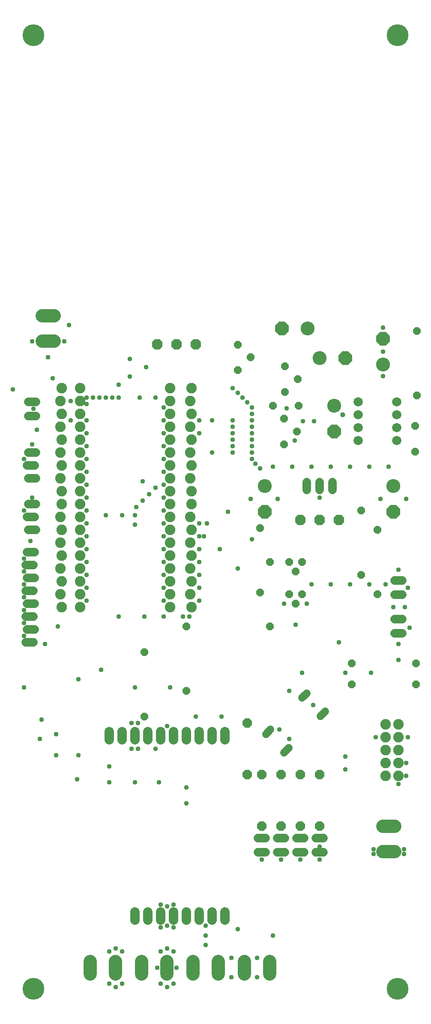
<source format=gbr>
G04 EAGLE Gerber RS-274X export*
G75*
%MOMM*%
%FSLAX34Y34*%
%LPD*%
%INSoldermask Top*%
%IPPOS*%
%AMOC8*
5,1,8,0,0,1.08239X$1,22.5*%
G01*
%ADD10C,2.603200*%
%ADD11C,2.082800*%
%ADD12C,1.851700*%
%ADD13C,1.727200*%
%ADD14C,2.743200*%
%ADD15P,2.969212X8X292.500000*%
%ADD16P,1.649562X8X202.500000*%
%ADD17P,1.649562X8X292.500000*%
%ADD18P,1.649562X8X112.500000*%
%ADD19P,1.649562X8X22.500000*%
%ADD20C,1.828800*%
%ADD21P,2.969212X8X22.500000*%
%ADD22P,2.969212X8X112.500000*%
%ADD23P,2.969212X8X202.500000*%
%ADD24C,4.303200*%
%ADD25C,1.511200*%
%ADD26P,2.034460X8X292.500000*%
%ADD27P,2.034460X8X112.500000*%
%ADD28P,2.281895X8X202.500000*%
%ADD29P,2.281895X8X22.500000*%
%ADD30C,0.959600*%
%ADD31C,1.009600*%


D10*
X476650Y89600D02*
X476650Y113600D01*
X526650Y113600D02*
X526650Y89600D01*
X375050Y89600D02*
X375050Y113600D01*
X425050Y113600D02*
X425050Y89600D01*
D11*
X152400Y1244600D03*
X152400Y1219200D03*
X152400Y1193800D03*
X152400Y1168400D03*
X152400Y1143000D03*
X152400Y1117600D03*
X152400Y1092200D03*
X152400Y1066800D03*
X152400Y1041400D03*
X152400Y1016000D03*
X152400Y990600D03*
X152400Y965200D03*
X330200Y965200D03*
X330200Y990600D03*
X330200Y1016000D03*
X330200Y1041400D03*
X330200Y1066800D03*
X330200Y1092200D03*
X330200Y1117600D03*
X330200Y1143000D03*
X330200Y1168400D03*
X330200Y1193800D03*
X330200Y1219200D03*
X330200Y1244600D03*
X152400Y939800D03*
X152400Y914400D03*
X152400Y889000D03*
X152400Y863600D03*
X152400Y838200D03*
X152400Y812800D03*
X330200Y812800D03*
X330200Y838200D03*
X330200Y863600D03*
X330200Y889000D03*
X330200Y914400D03*
X330200Y939800D03*
D12*
X438150Y567043D02*
X438150Y550558D01*
X412750Y550558D02*
X412750Y567043D01*
X387350Y567043D02*
X387350Y550558D01*
X361950Y550558D02*
X361950Y567043D01*
X336550Y567043D02*
X336550Y550558D01*
X311150Y550558D02*
X311150Y567043D01*
X285750Y567043D02*
X285750Y550558D01*
X260350Y550558D02*
X260350Y567043D01*
X234950Y567043D02*
X234950Y550558D01*
X209550Y550558D02*
X209550Y567043D01*
X260350Y211443D02*
X260350Y194958D01*
X285750Y194958D02*
X285750Y211443D01*
X311150Y211443D02*
X311150Y194958D01*
X336550Y194958D02*
X336550Y211443D01*
X361950Y211443D02*
X361950Y194958D01*
X387350Y194958D02*
X387350Y211443D01*
X412750Y211443D02*
X412750Y194958D01*
X438150Y194958D02*
X438150Y211443D01*
D10*
X273450Y113600D02*
X273450Y89600D01*
X323450Y89600D02*
X323450Y113600D01*
X171850Y113600D02*
X171850Y89600D01*
X221850Y89600D02*
X221850Y113600D01*
X100900Y1387075D02*
X76900Y1387075D01*
X76900Y1337075D02*
X100900Y1337075D01*
D13*
X773430Y836930D02*
X788670Y836930D01*
X788670Y864870D02*
X773430Y864870D01*
X773430Y760730D02*
X788670Y760730D01*
X788670Y788670D02*
X773430Y788670D01*
X64770Y1117600D02*
X49530Y1117600D01*
X46990Y1092200D02*
X62230Y1092200D01*
X64770Y1066800D02*
X49530Y1066800D01*
X49530Y1016000D02*
X64770Y1016000D01*
X62230Y990600D02*
X46990Y990600D01*
X49530Y965200D02*
X64770Y965200D01*
D11*
X755650Y581025D03*
X781050Y581025D03*
X755650Y555625D03*
X781050Y555625D03*
X755650Y530225D03*
X781050Y530225D03*
X755650Y504825D03*
X781050Y504825D03*
X755650Y479425D03*
X781050Y479425D03*
D13*
X600075Y1043305D02*
X600075Y1058545D01*
X625475Y1058545D02*
X625475Y1043305D01*
X650875Y1043305D02*
X650875Y1058545D01*
D14*
X517525Y1050925D03*
D15*
X517525Y1000125D03*
D14*
X771525Y1050925D03*
D15*
X771525Y1000125D03*
D16*
X565150Y901700D03*
X577850Y882650D03*
X590550Y901700D03*
D17*
X527050Y901700D03*
X527050Y774700D03*
D18*
X708025Y876300D03*
X708025Y1003300D03*
D16*
X565150Y838200D03*
X577850Y819150D03*
X590550Y838200D03*
D18*
X508000Y841375D03*
X508000Y968375D03*
X739775Y838200D03*
X739775Y965200D03*
D13*
X62865Y920750D02*
X47625Y920750D01*
X45085Y895350D02*
X60325Y895350D01*
X62865Y869950D02*
X47625Y869950D01*
X45085Y844550D02*
X60325Y844550D01*
X62865Y819150D02*
X47625Y819150D01*
X45085Y793750D02*
X60325Y793750D01*
X62865Y768350D02*
X47625Y768350D01*
X45085Y742950D02*
X60325Y742950D01*
D19*
X688975Y701675D03*
X815975Y701675D03*
X688975Y660400D03*
X815975Y660400D03*
D18*
X361950Y647700D03*
X361950Y774700D03*
D17*
X279400Y723900D03*
X279400Y596900D03*
D18*
X555625Y1184021D03*
X555625Y1133729D03*
X581025Y1158875D03*
X557213Y1287209D03*
X557213Y1236917D03*
X582613Y1262063D03*
D20*
X701675Y1217613D03*
X701675Y1192213D03*
X777875Y1192213D03*
X777875Y1217613D03*
X701675Y1166813D03*
X701675Y1141413D03*
X777875Y1166813D03*
X777875Y1141413D03*
D14*
X625475Y1303338D03*
D21*
X676275Y1303338D03*
D18*
X814388Y1119188D03*
X814388Y1169988D03*
D14*
X750888Y1290638D03*
D22*
X750888Y1341438D03*
D17*
X817563Y1357313D03*
X817563Y1230313D03*
D14*
X601663Y1362075D03*
D23*
X550863Y1362075D03*
D13*
X64770Y1189355D02*
X49530Y1189355D01*
X49530Y1217295D02*
X64770Y1217295D01*
D24*
X60000Y1940000D03*
X780000Y1940000D03*
X60000Y60000D03*
X780000Y60000D03*
D25*
X519344Y561615D02*
X528593Y570864D01*
X564514Y534943D02*
X555265Y525694D01*
X627107Y597536D02*
X636356Y606785D01*
X600435Y642706D02*
X591186Y633457D01*
D10*
X750000Y330600D02*
X774000Y330600D01*
X774000Y380600D02*
X750000Y380600D01*
D13*
X594995Y328930D02*
X579755Y328930D01*
X579755Y356870D02*
X594995Y356870D01*
X518795Y328930D02*
X503555Y328930D01*
X503555Y356870D02*
X518795Y356870D01*
X617855Y328930D02*
X633095Y328930D01*
X633095Y356870D02*
X617855Y356870D01*
X556895Y328930D02*
X541655Y328930D01*
X541655Y356870D02*
X556895Y356870D01*
D11*
X115570Y1244600D03*
X113030Y1219200D03*
X115570Y1193800D03*
X113030Y1168400D03*
X115570Y1143000D03*
X113030Y1117600D03*
X115570Y1092200D03*
X113030Y1066800D03*
X115570Y1041400D03*
X115570Y1016000D03*
X113030Y990600D03*
X115570Y965200D03*
X113030Y939800D03*
X115570Y914400D03*
X113030Y889000D03*
X115570Y863600D03*
X113030Y838200D03*
X115570Y812800D03*
X372745Y1244600D03*
X370205Y1219200D03*
X372745Y1193800D03*
X370205Y1168400D03*
X372745Y1143000D03*
X370205Y1117600D03*
X372745Y1092200D03*
X370205Y1066800D03*
X372745Y1041400D03*
X372745Y1016000D03*
X370205Y990600D03*
X372745Y965200D03*
X370205Y939800D03*
X372745Y914400D03*
X370205Y889000D03*
X372745Y863600D03*
X370205Y838200D03*
X372745Y812800D03*
D26*
X482600Y584200D03*
X482600Y482600D03*
D27*
X587375Y381000D03*
X587375Y482600D03*
X511175Y381000D03*
X511175Y482600D03*
X625475Y381000D03*
X625475Y482600D03*
X549275Y381000D03*
X549275Y482600D03*
D28*
X663575Y984250D03*
X625475Y984250D03*
X587375Y984250D03*
D18*
X463550Y1330071D03*
X463550Y1279779D03*
X488950Y1304925D03*
D14*
X654050Y1209675D03*
D15*
X654050Y1158875D03*
D16*
X584200Y1209675D03*
X533400Y1209675D03*
D29*
X304800Y1330325D03*
X342900Y1330325D03*
X381000Y1330325D03*
D30*
X228600Y793750D03*
X254000Y584200D03*
X266700Y533400D03*
X266700Y584200D03*
X254000Y533400D03*
X209550Y133350D03*
X234950Y133350D03*
X209550Y69850D03*
X234950Y69850D03*
X222250Y63500D03*
X222250Y139700D03*
X311150Y133350D03*
X336550Y133350D03*
X311150Y69850D03*
X336550Y69850D03*
X323850Y139700D03*
X323850Y63500D03*
X304800Y101600D03*
X342900Y101600D03*
X311150Y225425D03*
X336550Y225425D03*
X323850Y222250D03*
X311150Y180975D03*
X323850Y184150D03*
X336550Y180975D03*
X228600Y1250950D03*
X215900Y1225550D03*
X228600Y1225550D03*
X454025Y1244600D03*
X463550Y1235075D03*
X473075Y1225550D03*
X482600Y1216025D03*
X488950Y1025525D03*
X542925Y1025525D03*
X746125Y1025525D03*
X796925Y1025525D03*
X533400Y1089025D03*
X625475Y1028700D03*
X98425Y1263650D03*
X19050Y1241425D03*
X317500Y793750D03*
X355600Y793750D03*
X133350Y1181100D03*
X57150Y1028700D03*
X260350Y993775D03*
X234950Y993775D03*
X276225Y1022350D03*
X203200Y993775D03*
X57150Y1133475D03*
X41275Y1104900D03*
X60325Y1203325D03*
X66675Y1162050D03*
X279400Y793750D03*
X317500Y977900D03*
X403225Y977900D03*
X276225Y1060450D03*
X412750Y1181100D03*
X609600Y857250D03*
X647700Y857250D03*
X685800Y857250D03*
X723900Y857250D03*
X571500Y1089025D03*
X609600Y1089025D03*
X647700Y1089025D03*
X685800Y1089025D03*
X723900Y1089025D03*
X762000Y1089025D03*
X400050Y165100D03*
X400050Y184150D03*
X400050Y146050D03*
X450850Y120650D03*
X450850Y82550D03*
X501650Y120650D03*
X501650Y82550D03*
X463550Y177800D03*
X533400Y165100D03*
X323850Y577850D03*
X260350Y654050D03*
X361950Y425450D03*
X381000Y596900D03*
X330200Y654050D03*
X301625Y533400D03*
X387350Y1181100D03*
X209550Y466725D03*
X361950Y457200D03*
X412750Y1117600D03*
X755650Y857250D03*
X781050Y739775D03*
X803275Y771525D03*
X781050Y885825D03*
X800100Y850900D03*
X771525Y812800D03*
X793750Y812800D03*
X41275Y654050D03*
X76200Y590550D03*
X498475Y1095375D03*
X104775Y520700D03*
X73025Y552450D03*
X88900Y1304925D03*
X41275Y882650D03*
X41275Y857250D03*
X41275Y831850D03*
X41275Y806450D03*
X41275Y781050D03*
X431800Y596900D03*
X368300Y793750D03*
X576263Y1141413D03*
X560388Y1204913D03*
X428625Y927100D03*
X463550Y889000D03*
X590550Y682625D03*
X800100Y555625D03*
X736600Y555625D03*
X796925Y504825D03*
X796925Y479425D03*
X781050Y463550D03*
X565150Y647700D03*
X676275Y517525D03*
X676275Y492125D03*
X555625Y819150D03*
X600075Y819150D03*
X577850Y777875D03*
X727075Y682625D03*
X781050Y708025D03*
X676275Y682625D03*
X250825Y1266825D03*
X250825Y1301750D03*
X120650Y1336675D03*
X57150Y1336675D03*
X130175Y1368425D03*
X444500Y1000125D03*
X492125Y946150D03*
X41275Y755650D03*
X203200Y1225550D03*
X190500Y1225550D03*
X177800Y1225550D03*
X41275Y908050D03*
X41275Y1003300D03*
X165100Y1212850D03*
X165100Y1225550D03*
X269875Y1225550D03*
X301625Y1225550D03*
X165100Y1181100D03*
X165100Y1155700D03*
X165100Y1130300D03*
X165100Y1104900D03*
X165100Y1079500D03*
X165100Y1054100D03*
X165100Y1028700D03*
X165100Y1003300D03*
X165100Y977900D03*
X165100Y952500D03*
X165100Y927100D03*
X165100Y901700D03*
X165100Y876300D03*
X165100Y850900D03*
X165100Y825500D03*
X317500Y825500D03*
X317500Y850900D03*
X317500Y876300D03*
X317500Y901700D03*
X317500Y927100D03*
X317500Y952500D03*
X317500Y1079500D03*
X317500Y1104900D03*
X317500Y1130300D03*
X317500Y1155700D03*
X317500Y1181100D03*
X317500Y1206500D03*
X387350Y927100D03*
X387350Y901700D03*
X387350Y876300D03*
X387350Y850900D03*
X387350Y952500D03*
X396875Y952500D03*
X387350Y977900D03*
X317500Y1054100D03*
X317500Y1028700D03*
X317500Y1003300D03*
X301625Y1047750D03*
X288925Y1035050D03*
X263525Y1009650D03*
X260350Y974725D03*
X260350Y466725D03*
X307975Y466725D03*
X209550Y498475D03*
X104775Y561975D03*
X149225Y520700D03*
X146050Y473075D03*
X149225Y669925D03*
X193675Y688975D03*
X107950Y774700D03*
X82550Y739775D03*
X592138Y1179513D03*
X614363Y1179513D03*
X731838Y334963D03*
X731838Y325438D03*
X792163Y325438D03*
X792163Y334963D03*
X549275Y314325D03*
X511175Y314325D03*
X587375Y314325D03*
X625475Y314325D03*
X625475Y339725D03*
X750888Y1316038D03*
X750888Y1363663D03*
X750888Y1268413D03*
X546100Y571500D03*
X387350Y825500D03*
X53975Y942975D03*
X387350Y1155700D03*
X133350Y1219200D03*
X663575Y742950D03*
X565150Y552450D03*
X612775Y619125D03*
X492125Y1206500D03*
X492125Y1193800D03*
X492125Y1143000D03*
X492125Y1130300D03*
X492125Y1117600D03*
X492125Y1104900D03*
X508000Y1085850D03*
X454025Y1117600D03*
X454025Y1130300D03*
X454025Y1143000D03*
X454025Y1155700D03*
X454025Y1168400D03*
X454025Y1181100D03*
X492125Y1155700D03*
X492125Y1168400D03*
X492125Y1181100D03*
X282575Y1285875D03*
D31*
X671513Y1192213D03*
M02*

</source>
